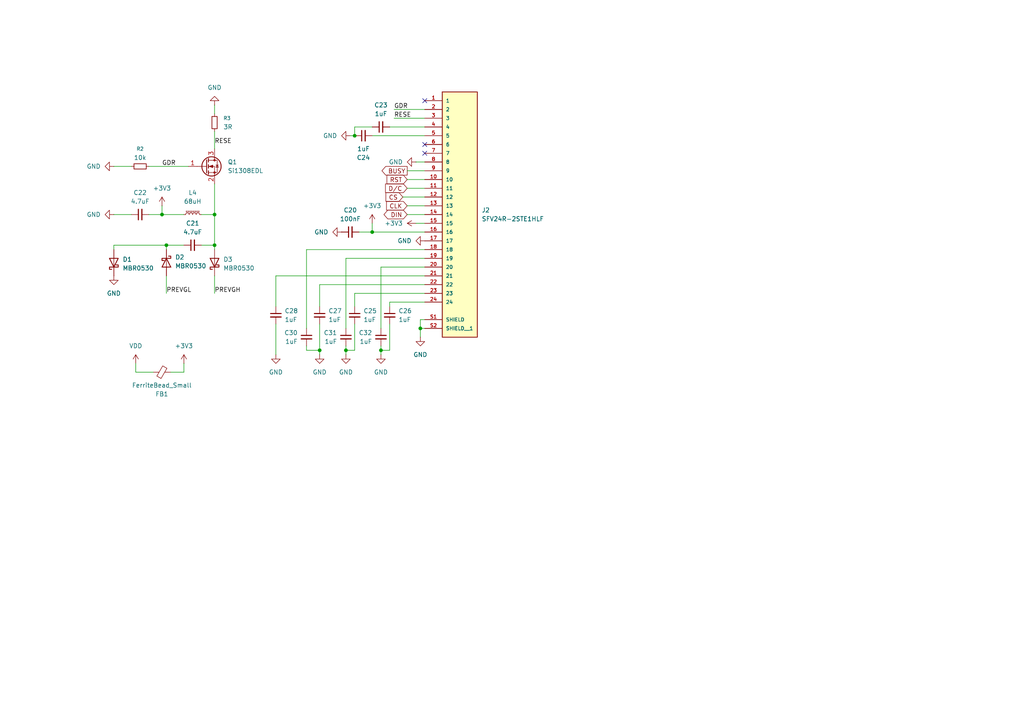
<source format=kicad_sch>
(kicad_sch (version 20250114) (generator "eeschema") (generator_version "9.0")
  (paper "A4")
  (lib_symbols
    (symbol "BooskieBadge:SFV24R-2STE1HLF" (pin_names (offset 1.016))
      (property "Reference" "J" (at -5.08 36.068 0))
      (property "Value" "SFV24R-2STE1HLF" (at -5.08 -38.1 0))
      (symbol "SFV24R-2STE1HLF_0_0"
        (rectangle (start -5.08 -35.56) (end 5.08 35.56) (stroke (width 0.254)) (fill (type background)))
        (pin passive line (at -10.16 33.02 0) (length 5.08) (name "1") (number "1"))
        (pin passive line (at -10.16 30.48 0) (length 5.08) (name "2") (number "2"))
        (pin passive line (at -10.16 27.94 0) (length 5.08) (name "3") (number "3"))
        (pin passive line (at -10.16 25.4 0) (length 5.08) (name "4") (number "4"))
        (pin passive line (at -10.16 22.86 0) (length 5.08) (name "5") (number "5"))
        (pin passive line (at -10.16 20.32 0) (length 5.08) (name "6") (number "6"))
        (pin passive line (at -10.16 17.78 0) (length 5.08) (name "7") (number "7"))
        (pin passive line (at -10.16 15.24 0) (length 5.08) (name "8") (number "8"))
        (pin passive line (at -10.16 12.7 0) (length 5.08) (name "9") (number "9"))
        (pin passive line (at -10.16 10.16 0) (length 5.08) (name "10") (number "10"))
        (pin passive line (at -10.16 7.62 0) (length 5.08) (name "11") (number "11"))
        (pin passive line (at -10.16 5.08 0) (length 5.08) (name "12") (number "12"))
        (pin passive line (at -10.16 2.54 0) (length 5.08) (name "13") (number "13"))
        (pin passive line (at -10.16 0 0) (length 5.08) (name "14") (number "14"))
        (pin passive line (at -10.16 -2.54 0) (length 5.08) (name "15") (number "15"))
        (pin passive line (at -10.16 -5.08 0) (length 5.08) (name "16") (number "16"))
        (pin passive line (at -10.16 -7.62 0) (length 5.08) (name "17") (number "17"))
        (pin passive line (at -10.16 -10.16 0) (length 5.08) (name "18") (number "18"))
        (pin passive line (at -10.16 -12.7 0) (length 5.08) (name "19") (number "19"))
        (pin passive line (at -10.16 -15.24 0) (length 5.08) (name "20") (number "20"))
        (pin passive line (at -10.16 -17.78 0) (length 5.08) (name "21") (number "21"))
        (pin passive line (at -10.16 -20.32 0) (length 5.08) (name "22") (number "22"))
        (pin passive line (at -10.16 -22.86 0) (length 5.08) (name "23") (number "23"))
        (pin passive line (at -10.16 -25.4 0) (length 5.08) (name "24") (number "24"))
        (pin passive line (at -10.16 -30.48 0) (length 5.08) (name "SHIELD") (number "S1"))
        (pin passive line (at -10.16 -33.02 0) (length 5.08) (name "SHIELD__1") (number "S2"))
      )
    )
    (symbol "Device:C_Small" (pin_numbers (hide yes)) (pin_names (offset 0.254) (hide yes))
      (property "Reference" "C" (at 0.254 1.778 0))
      (property "Value" "C_Small" (at 0.254 -2.032 0))
      (symbol "C_Small_0_1"
        (polyline (pts (xy -1.524 0.508) (xy 1.524 0.508)) (stroke (width 0.3048)))
        (polyline (pts (xy -1.524 -0.508) (xy 1.524 -0.508)) (stroke (width 0.3302)))
      )
      (symbol "C_Small_1_1"
        (pin passive line (at 0 2.54 270) (length 2.032) (name "~") (number "1"))
        (pin passive line (at 0 -2.54 90) (length 2.032) (name "~") (number "2"))
      )
    )
    (symbol "Device:FerriteBead_Small" (pin_numbers (hide yes)) (pin_names (offset 0))
      (property "Reference" "FB" (at 1.905 1.27 0))
      (property "Value" "FerriteBead_Small" (at 1.905 -1.27 0))
      (symbol "FerriteBead_Small_0_1"
        (polyline (pts (xy -1.8288 0.2794) (xy -1.1176 1.4986) (xy 1.8288 -0.2032) (xy 1.1176 -1.4224) (xy -1.8288 0.2794)))
        (polyline (pts (xy 0 0.889) (xy 0 1.2954)))
        (polyline (pts (xy 0 -1.27) (xy 0 -0.7874)))
      )
      (symbol "FerriteBead_Small_1_1"
        (pin passive line (at 0 2.54 270) (length 1.27) (name "~") (number "1"))
        (pin passive line (at 0 -2.54 90) (length 1.27) (name "~") (number "2"))
      )
    )
    (symbol "Device:L_Ferrite_Small" (pin_numbers (hide yes)) (pin_names (offset 0.254) (hide yes))
      (property "Reference" "L" (at 1.27 1.016 0))
      (property "Value" "L_Ferrite_Small" (at 1.27 -1.27 0))
      (symbol "L_Ferrite_Small_0_1"
        (arc (start 0 2.032) (mid 0.5058 1.524) (end 0 1.016))
        (arc (start 0 1.016) (mid 0.5058 0.508) (end 0 0))
        (arc (start 0 0) (mid 0.5058 -0.508) (end 0 -1.016))
        (arc (start 0 -1.016) (mid 0.5058 -1.524) (end 0 -2.032))
        (polyline (pts (xy 0.762 1.651) (xy 0.762 1.905)))
        (polyline (pts (xy 0.762 1.143) (xy 0.762 1.397)))
        (polyline (pts (xy 0.762 0.635) (xy 0.762 0.889)))
        (polyline (pts (xy 0.762 0.127) (xy 0.762 0.381)))
        (polyline (pts (xy 0.762 -0.381) (xy 0.762 -0.127)))
        (polyline (pts (xy 0.762 -0.889) (xy 0.762 -0.635)))
        (polyline (pts (xy 0.762 -1.397) (xy 0.762 -1.143)))
        (polyline (pts (xy 0.762 -1.905) (xy 0.762 -1.651)))
        (polyline (pts (xy 1.016 1.905) (xy 1.016 1.651)))
        (polyline (pts (xy 1.016 1.397) (xy 1.016 1.143)))
        (polyline (pts (xy 1.016 0.889) (xy 1.016 0.635)))
        (polyline (pts (xy 1.016 0.381) (xy 1.016 0.127)))
        (polyline (pts (xy 1.016 -0.127) (xy 1.016 -0.381)))
        (polyline (pts (xy 1.016 -0.635) (xy 1.016 -0.889)))
        (polyline (pts (xy 1.016 -1.143) (xy 1.016 -1.397)))
        (polyline (pts (xy 1.016 -1.651) (xy 1.016 -1.905)))
      )
      (symbol "L_Ferrite_Small_1_1"
        (pin passive line (at 0 2.54 270) (length 0.508) (name "~") (number "1"))
        (pin passive line (at 0 -2.54 90) (length 0.508) (name "~") (number "2"))
      )
    )
    (symbol "Device:R_Small" (pin_numbers (hide yes)) (pin_names (offset 0.254) (hide yes))
      (property "Reference" "R" (at 0 0 90))
      (property "Value" "R_Small" (at 1.778 0 90))
      (symbol "R_Small_0_1"
        (rectangle (start -0.762 1.778) (end 0.762 -1.778) (stroke (width 0.2032)))
      )
      (symbol "R_Small_1_1"
        (pin passive line (at 0 2.54 270) (length 0.762) (name "~") (number "1"))
        (pin passive line (at 0 -2.54 90) (length 0.762) (name "~") (number "2"))
      )
    )
    (symbol "Diode:MBR0530" (pin_numbers (hide yes)) (pin_names (offset 1.016) (hide yes))
      (property "Reference" "D" (at 0 2.54 0))
      (property "Value" "MBR0530" (at 0 -2.54 0))
      (symbol "MBR0530_0_1"
        (polyline (pts (xy -1.905 0.635) (xy -1.905 1.27) (xy -1.27 1.27) (xy -1.27 -1.27) (xy -0.635 -1.27) (xy -0.635 -0.635)) (stroke (width 0.254)))
        (polyline (pts (xy 1.27 1.27) (xy 1.27 -1.27) (xy -1.27 0) (xy 1.27 1.27)) (stroke (width 0.254)))
        (polyline (pts (xy 1.27 0) (xy -1.27 0)))
      )
      (symbol "MBR0530_1_1"
        (pin passive line (at -3.81 0 0) (length 2.54) (name "K") (number "1"))
        (pin passive line (at 3.81 0 180) (length 2.54) (name "A") (number "2"))
      )
    )
    (symbol "Transistor_FET:Si1308EDL" (pin_names (offset 0) (hide yes))
      (property "Reference" "Q" (at 5.08 1.905 0))
      (property "Value" "Si1308EDL" (at 5.08 0 0))
      (symbol "Si1308EDL_0_1"
        (polyline (pts (xy 0.254 1.905) (xy 0.254 -1.905)) (stroke (width 0.254)))
        (polyline (pts (xy 0.254 0) (xy -2.54 0)))
        (polyline (pts (xy 0.762 2.286) (xy 0.762 1.27)) (stroke (width 0.254)))
        (polyline (pts (xy 0.762 0.508) (xy 0.762 -0.508)) (stroke (width 0.254)))
        (polyline (pts (xy 0.762 -1.27) (xy 0.762 -2.286)) (stroke (width 0.254)))
        (polyline (pts (xy 0.762 -1.778) (xy 3.302 -1.778) (xy 3.302 1.778) (xy 0.762 1.778)))
        (polyline (pts (xy 1.016 0) (xy 2.032 0.381) (xy 2.032 -0.381) (xy 1.016 0)) (fill (type outline)))
        (circle (center 1.651 0) (radius 2.794) (stroke (width 0.254)))
        (polyline (pts (xy 2.54 2.54) (xy 2.54 1.778)))
        (circle (center 2.54 1.778) (radius 0.254) (fill (type outline)))
        (circle (center 2.54 -1.778) (radius 0.254) (fill (type outline)))
        (polyline (pts (xy 2.54 -2.54) (xy 2.54 0) (xy 0.762 0)))
        (polyline (pts (xy 2.921 0.381) (xy 3.683 0.381)))
        (polyline (pts (xy 3.302 0.381) (xy 2.921 -0.254) (xy 3.683 -0.254) (xy 3.302 0.381)))
      )
      (symbol "Si1308EDL_1_1"
        (pin input line (at -5.08 0 0) (length 2.54) (name "G") (number "1"))
        (pin passive line (at 2.54 5.08 270) (length 2.54) (name "D") (number "3"))
        (pin passive line (at 2.54 -5.08 90) (length 2.54) (name "S") (number "2"))
      )
    )
    (symbol "power:+3V3" (power) (pin_numbers (hide yes)) (pin_names (offset 0) (hide yes))
      (property "Value" "+3V3" (at 0 3.556 0))
      (symbol "+3V3_0_1"
        (polyline (pts (xy -0.762 1.27) (xy 0 2.54)))
        (polyline (pts (xy 0 2.54) (xy 0.762 1.27)))
        (polyline (pts (xy 0 0) (xy 0 2.54)))
      )
      (symbol "+3V3_1_1"
        (pin power_in line (at 0 0 90) (length 0) (name "~") (number "1"))
      )
    )
    (symbol "power:GND" (power) (pin_numbers (hide yes)) (pin_names (offset 0) (hide yes))
      (property "Value" "GND" (at 0 -3.81 0))
      (symbol "GND_0_1"
        (polyline (pts (xy 0 0) (xy 0 -1.27) (xy 1.27 -1.27) (xy 0 -2.54) (xy -1.27 -1.27) (xy 0 -1.27)))
      )
      (symbol "GND_1_1"
        (pin power_in line (at 0 0 270) (length 0) (name "~") (number "1"))
      )
    )
    (symbol "power:VDD" (power) (pin_numbers (hide yes)) (pin_names (offset 0) (hide yes))
      (property "Value" "VDD" (at 0 3.556 0))
      (symbol "VDD_0_1"
        (polyline (pts (xy -0.762 1.27) (xy 0 2.54)))
        (polyline (pts (xy 0 2.54) (xy 0.762 1.27)))
        (polyline (pts (xy 0 0) (xy 0 2.54)))
      )
      (symbol "VDD_1_1"
        (pin power_in line (at 0 0 90) (length 0) (name "~") (number "1"))
      )
    )
  )
  (junction (at 102.87 39.37))
  (junction (at 110.49 101.6))
  (junction (at 121.92 95.25))
  (junction (at 62.23 62.23))
  (junction (at 92.71 101.6))
  (junction (at 46.99 62.23))
  (junction (at 107.95 67.31))
  (junction (at 62.23 71.12))
  (junction (at 48.26 71.12))
  (junction (at 100.33 101.6))
  (no_connect (at 123.19 41.91))
  (no_connect (at 123.19 29.21))
  (no_connect (at 123.19 44.45))
  (wire (pts (xy 58.42 71.12) (xy 62.23 71.12)))
  (wire (pts (xy 107.95 36.83) (xy 102.87 36.83)))
  (wire (pts (xy 102.87 85.09) (xy 102.87 88.9)))
  (wire (pts (xy 33.02 62.23) (xy 38.1 62.23)))
  (wire (pts (xy 62.23 30.48) (xy 62.23 33.02)))
  (wire (pts (xy 102.87 93.98) (xy 102.87 101.6)))
  (wire (pts (xy 100.33 101.6) (xy 100.33 102.87)))
  (wire (pts (xy 120.65 64.77) (xy 123.19 64.77)))
  (wire (pts (xy 102.87 101.6) (xy 100.33 101.6)))
  (wire (pts (xy 100.33 74.93) (xy 123.19 74.93)))
  (wire (pts (xy 116.84 57.15) (xy 123.19 57.15)))
  (wire (pts (xy 123.19 82.55) (xy 92.71 82.55)))
  (wire (pts (xy 101.6 39.37) (xy 102.87 39.37)))
  (wire (pts (xy 62.23 80.01) (xy 62.23 85.09)))
  (wire (pts (xy 62.23 62.23) (xy 62.23 71.12)))
  (wire (pts (xy 110.49 102.87) (xy 110.49 101.6)))
  (wire (pts (xy 53.34 71.12) (xy 48.26 71.12)))
  (wire (pts (xy 92.71 102.87) (xy 92.71 101.6)))
  (wire (pts (xy 43.18 48.26) (xy 54.61 48.26)))
  (wire (pts (xy 33.02 48.26) (xy 38.1 48.26)))
  (wire (pts (xy 88.9 100.33) (xy 88.9 101.6)))
  (wire (pts (xy 62.23 71.12) (xy 62.23 72.39)))
  (wire (pts (xy 107.95 39.37) (xy 123.19 39.37)))
  (wire (pts (xy 39.37 107.95) (xy 39.37 105.41)))
  (wire (pts (xy 113.03 101.6) (xy 110.49 101.6)))
  (wire (pts (xy 33.02 71.12) (xy 48.26 71.12)))
  (wire (pts (xy 118.11 52.07) (xy 123.19 52.07)))
  (wire (pts (xy 58.42 62.23) (xy 62.23 62.23)))
  (wire (pts (xy 120.65 46.99) (xy 123.19 46.99)))
  (wire (pts (xy 88.9 72.39) (xy 88.9 95.25)))
  (wire (pts (xy 113.03 93.98) (xy 113.03 101.6)))
  (wire (pts (xy 53.34 107.95) (xy 53.34 105.41)))
  (wire (pts (xy 118.11 49.53) (xy 123.19 49.53)))
  (wire (pts (xy 121.92 92.71) (xy 121.92 95.25)))
  (wire (pts (xy 49.53 107.95) (xy 53.34 107.95)))
  (wire (pts (xy 113.03 87.63) (xy 123.19 87.63)))
  (wire (pts (xy 114.3 31.75) (xy 123.19 31.75)))
  (wire (pts (xy 121.92 97.79) (xy 121.92 95.25)))
  (wire (pts (xy 62.23 38.1) (xy 62.23 43.18)))
  (wire (pts (xy 114.3 34.29) (xy 123.19 34.29)))
  (wire (pts (xy 48.26 80.01) (xy 48.26 85.09)))
  (wire (pts (xy 46.99 62.23) (xy 53.34 62.23)))
  (wire (pts (xy 62.23 53.34) (xy 62.23 62.23)))
  (wire (pts (xy 104.14 67.31) (xy 107.95 67.31)))
  (wire (pts (xy 110.49 100.33) (xy 110.49 101.6)))
  (wire (pts (xy 121.92 95.25) (xy 123.19 95.25)))
  (wire (pts (xy 110.49 77.47) (xy 110.49 95.25)))
  (wire (pts (xy 107.95 64.77) (xy 107.95 67.31)))
  (wire (pts (xy 123.19 92.71) (xy 121.92 92.71)))
  (wire (pts (xy 44.45 107.95) (xy 39.37 107.95)))
  (wire (pts (xy 92.71 82.55) (xy 92.71 88.9)))
  (wire (pts (xy 113.03 88.9) (xy 113.03 87.63)))
  (wire (pts (xy 100.33 101.6) (xy 100.33 100.33)))
  (wire (pts (xy 123.19 80.01) (xy 80.01 80.01)))
  (wire (pts (xy 88.9 101.6) (xy 92.71 101.6)))
  (wire (pts (xy 118.11 54.61) (xy 123.19 54.61)))
  (wire (pts (xy 102.87 36.83) (xy 102.87 39.37)))
  (wire (pts (xy 80.01 80.01) (xy 80.01 88.9)))
  (wire (pts (xy 80.01 102.87) (xy 80.01 93.98)))
  (wire (pts (xy 92.71 101.6) (xy 92.71 93.98)))
  (wire (pts (xy 48.26 71.12) (xy 48.26 72.39)))
  (wire (pts (xy 113.03 36.83) (xy 123.19 36.83)))
  (wire (pts (xy 33.02 72.39) (xy 33.02 71.12)))
  (wire (pts (xy 107.95 67.31) (xy 123.19 67.31)))
  (wire (pts (xy 43.18 62.23) (xy 46.99 62.23)))
  (wire (pts (xy 46.99 59.69) (xy 46.99 62.23)))
  (wire (pts (xy 118.11 59.69) (xy 123.19 59.69)))
  (wire (pts (xy 118.11 62.23) (xy 123.19 62.23)))
  (wire (pts (xy 100.33 95.25) (xy 100.33 74.93)))
  (wire (pts (xy 123.19 72.39) (xy 88.9 72.39)))
  (wire (pts (xy 123.19 77.47) (xy 110.49 77.47)))
  (wire (pts (xy 123.19 85.09) (xy 102.87 85.09)))
  (label "PREVGL" (at 48.26 85.09 0))
  (label "GDR" (at 114.3 31.75 0))
  (label "RESE" (at 114.3 34.29 0))
  (label "RESE" (at 62.23 41.91 0))
  (label "GDR" (at 46.99 48.26 0))
  (label "PREVGH" (at 62.23 85.09 0))
  (global_label "BUSY" (shape output) (at 118.11 49.53 180) (property "Intersheetrefs" "${INTERSHEET_REFS}" (effects (hide yes))))
  (global_label "DIN" (shape bidirectional) (at 118.11 62.23 180) (property "Intersheetrefs" "${INTERSHEET_REFS}" (effects (hide yes))))
  (global_label "RST" (shape input) (at 118.11 52.07 180) (property "Intersheetrefs" "${INTERSHEET_REFS}" (effects (hide yes))))
  (global_label "CS" (shape input) (at 116.84 57.15 180) (property "Intersheetrefs" "${INTERSHEET_REFS}" (effects (hide yes))))
  (global_label "CLK" (shape input) (at 118.11 59.69 180) (property "Intersheetrefs" "${INTERSHEET_REFS}" (effects (hide yes))))
  (global_label "D{slash}C" (shape input) (at 118.11 54.61 180) (property "Intersheetrefs" "${INTERSHEET_REFS}" (effects (hide yes))))
  (symbol (lib_id "power:GND") (at 121.92 97.79 0) (unit 1)
    (property "Reference" "#PWR040" (effects (hide yes)))
    (property "Value" "GND" (at 121.92 102.87 0))
    (property "Description" "Power symbol creates a global label with name \"GND\" , ground" (effects (hide yes)))
  )
  (symbol (lib_id "Device:C_Small") (at 101.6 67.31 90) (unit 1)
    (property "Reference" "C20" (at 101.6063 60.96 90))
    (property "Value" "100nF" (at 101.6063 63.5 90))
    (property "Description" "Unpolarized capacitor, small symbol" (effects (hide yes)))
  )
  (symbol (lib_id "Device:FerriteBead_Small") (at 46.99 107.95 90) (unit 1)
    (property "Reference" "FB1" (at 46.9519 114.3 90))
    (property "Value" "FerriteBead_Small" (at 46.9519 111.76 90))
    (property "Description" "Ferrite bead, small symbol" (effects (hide yes)))
  )
  (symbol (lib_id "power:+3V3") (at 107.95 64.77 0) (unit 1)
    (property "Reference" "#PWR030" (effects (hide yes)))
    (property "Value" "+3V3" (at 107.95 59.69 0))
    (property "Description" "Power symbol creates a global label with name \"+3V3\"" (effects (hide yes)))
  )
  (symbol (lib_id "power:GND") (at 33.02 48.26 270) (unit 1)
    (property "Reference" "#PWR026" (effects (hide yes)))
    (property "Value" "GND" (at 29.21 48.2599 90) (effects (justify right)))
    (property "Description" "Power symbol creates a global label with name \"GND\" , ground" (effects (hide yes)))
  )
  (symbol (lib_id "power:GND") (at 33.02 80.01 0) (unit 1)
    (property "Reference" "#PWR024" (effects (hide yes)))
    (property "Value" "GND" (at 33.02 85.09 0))
    (property "Description" "Power symbol creates a global label with name \"GND\" , ground" (effects (hide yes)))
  )
  (symbol (lib_id "power:+3V3") (at 46.99 59.69 0) (unit 1)
    (property "Reference" "#PWR031" (effects (hide yes)))
    (property "Value" "+3V3" (at 46.99 54.61 0))
    (property "Description" "Power symbol creates a global label with name \"+3V3\"" (effects (hide yes)))
  )
  (symbol (lib_id "power:GND") (at 100.33 102.87 0) (unit 1)
    (property "Reference" "#PWR037" (effects (hide yes)))
    (property "Value" "GND" (at 100.33 107.95 0))
    (property "Description" "Power symbol creates a global label with name \"GND\" , ground" (effects (hide yes)))
  )
  (symbol (lib_id "power:GND") (at 101.6 39.37 270) (unit 1)
    (property "Reference" "#PWR033" (effects (hide yes)))
    (property "Value" "GND" (at 97.79 39.3699 90) (effects (justify right)))
    (property "Description" "Power symbol creates a global label with name \"GND\" , ground" (effects (hide yes)))
  )
  (symbol (lib_id "power:GND") (at 80.01 102.87 0) (unit 1)
    (property "Reference" "#PWR036" (effects (hide yes)))
    (property "Value" "GND" (at 80.01 107.95 0))
    (property "Description" "Power symbol creates a global label with name \"GND\" , ground" (effects (hide yes)))
  )
  (symbol (lib_id "power:GND") (at 62.23 30.48 180) (unit 1)
    (property "Reference" "#PWR027" (effects (hide yes)))
    (property "Value" "GND" (at 62.23 25.4 0))
    (property "Description" "Power symbol creates a global label with name \"GND\" , ground" (effects (hide yes)))
  )
  (symbol (lib_id "Device:C_Small") (at 80.01 91.44 0) (unit 1)
    (property "Reference" "C28" (at 82.55 90.1762 0) (effects (justify left)))
    (property "Value" "1uF" (at 82.55 92.7162 0) (effects (justify left)))
    (property "Description" "Unpolarized capacitor, small symbol" (effects (hide yes)))
  )
  (symbol (lib_id "Device:C_Small") (at 110.49 97.79 0) (mirror y) (unit 1)
    (property "Reference" "C32" (at 107.95 96.5262 0) (effects (justify left)))
    (property "Value" "1uF" (at 107.95 99.0662 0) (effects (justify left)))
    (property "Description" "Unpolarized capacitor, small symbol" (effects (hide yes)))
  )
  (symbol (lib_id "Device:L_Ferrite_Small") (at 55.88 62.23 90) (unit 1)
    (property "Reference" "L4" (at 55.88 55.88 90))
    (property "Value" "68uH" (at 55.88 58.42 90))
    (property "Description" "Inductor with ferrite core, small symbol" (effects (hide yes)))
  )
  (symbol (lib_id "Diode:MBR0530") (at 62.23 76.2 90) (unit 1)
    (property "Reference" "D3" (at 64.77 75.2474 90) (effects (justify right)))
    (property "Value" "MBR0530" (at 64.77 77.7874 90) (effects (justify right)))
    (property "Footprint" "Diode_SMD:D_SOD-123" (effects (hide yes)))
    (property "Datasheet" "http://www.mccsemi.com/up_pdf/MBR0520~MBR0580(SOD123).pdf" (effects (hide yes)))
    (property "Description" "30V 0.5A Schottky Power Rectifier Diode, SOD-123" (effects (hide yes)))
  )
  (symbol (lib_id "Device:R_Small") (at 62.23 35.56 0) (unit 1)
    (property "Reference" "R3" (at 64.77 34.2899 0) (effects (font (size 1.016 1.016)) (justify left)))
    (property "Value" "3R" (at 64.77 36.8299 0) (effects (justify left)))
    (property "Description" "Resistor, small symbol" (effects (hide yes)))
  )
  (symbol (lib_id "power:GND") (at 99.06 67.31 270) (unit 1)
    (property "Reference" "#PWR034" (effects (hide yes)))
    (property "Value" "GND" (at 95.25 67.3099 90) (effects (justify right)))
    (property "Description" "Power symbol creates a global label with name \"GND\" , ground" (effects (hide yes)))
  )
  (symbol (lib_id "Diode:MBR0530") (at 48.26 76.2 270) (unit 1)
    (property "Reference" "D2" (at 50.8 74.6124 90) (effects (justify left)))
    (property "Value" "MBR0530" (at 50.8 77.1524 90) (effects (justify left)))
    (property "Footprint" "Diode_SMD:D_SOD-123" (effects (hide yes)))
    (property "Datasheet" "http://www.mccsemi.com/up_pdf/MBR0520~MBR0580(SOD123).pdf" (effects (hide yes)))
    (property "Description" "30V 0.5A Schottky Power Rectifier Diode, SOD-123" (effects (hide yes)))
  )
  (symbol (lib_id "Device:C_Small") (at 110.49 36.83 90) (unit 1)
    (property "Reference" "C23" (at 110.4963 30.48 90))
    (property "Value" "1uF" (at 110.4963 33.02 90))
    (property "Description" "Unpolarized capacitor, small symbol" (effects (hide yes)))
  )
  (symbol (lib_id "Device:C_Small") (at 55.88 71.12 90) (unit 1)
    (property "Reference" "C21" (at 55.8863 64.77 90))
    (property "Value" "4.7uF" (at 55.8863 67.31 90))
    (property "Description" "Unpolarized capacitor, small symbol" (effects (hide yes)))
  )
  (symbol (lib_id "power:VDD") (at 39.37 105.41 0) (unit 1)
    (property "Reference" "#PWR028" (effects (hide yes)))
    (property "Value" "VDD" (at 39.37 100.33 0))
    (property "Description" "Power symbol creates a global label with name \"VDD\"" (effects (hide yes)))
  )
  (symbol (lib_id "power:GND") (at 92.71 102.87 0) (unit 1)
    (property "Reference" "#PWR038" (effects (hide yes)))
    (property "Value" "GND" (at 92.71 107.95 0))
    (property "Description" "Power symbol creates a global label with name \"GND\" , ground" (effects (hide yes)))
  )
  (symbol (lib_id "Device:C_Small") (at 102.87 91.44 0) (unit 1)
    (property "Reference" "C25" (at 105.41 90.1762 0) (effects (justify left)))
    (property "Value" "1uF" (at 105.41 92.7162 0) (effects (justify left)))
    (property "Description" "Unpolarized capacitor, small symbol" (effects (hide yes)))
  )
  (symbol (lib_id "Transistor_FET:Si1308EDL") (at 59.69 48.26 0) (unit 1)
    (property "Reference" "Q1" (at 66.04 46.9899 0) (effects (justify left)))
    (property "Value" "Si1308EDL" (at 66.04 49.5299 0) (effects (justify left)))
    (property "Footprint" "Package_TO_SOT_SMD:SOT-323_SC-70" (effects (hide yes)))
    (property "Datasheet" "https://www.vishay.com/docs/63399/si1308edl.pdf" (effects (hide yes)))
    (property "Description" "30V Vds, 1.4A Id, N-Channel MOSFET, SC-70" (effects (hide yes)))
  )
  (symbol (lib_id "Device:C_Small") (at 92.71 91.44 0) (unit 1)
    (property "Reference" "C27" (at 95.25 90.1762 0) (effects (justify left)))
    (property "Value" "1uF" (at 95.25 92.7162 0) (effects (justify left)))
    (property "Description" "Unpolarized capacitor, small symbol" (effects (hide yes)))
  )
  (symbol (lib_id "BooskieBadge:SFV24R-2STE1HLF") (at 133.35 62.23 0) (unit 1)
    (property "Reference" "J2" (at 139.7 60.9599 0) (effects (justify left)))
    (property "Value" "SFV24R-2STE1HLF" (at 139.7 63.4999 0) (effects (justify left)))
    (property "Footprint" "BooskieBadge:AMPHENOL_SFV24R-2STE1HLF" (effects (hide yes)))
    (property "PARTREV" "C" (effects (hide yes)))
    (property "MANUFACTURER" "Amphenol" (effects (hide yes)))
    (property "SNAPEDA_PN" "SFV24R-2STE1HLF" (effects (hide yes)))
    (property "MAXIMUM_PACKAGE_HEIGHT" "2 mm" (effects (hide yes)))
    (property "STANDARD" "Manufacturer Recommendations" (effects (hide yes)))
  )
  (symbol (lib_id "power:GND") (at 33.02 62.23 270) (unit 1)
    (property "Reference" "#PWR025" (effects (hide yes)))
    (property "Value" "GND" (at 29.21 62.2299 90) (effects (justify right)))
    (property "Description" "Power symbol creates a global label with name \"GND\" , ground" (effects (hide yes)))
  )
  (symbol (lib_id "Diode:MBR0530") (at 33.02 76.2 90) (unit 1)
    (property "Reference" "D1" (at 35.56 75.2474 90) (effects (justify right)))
    (property "Value" "MBR0530" (at 35.56 77.7874 90) (effects (justify right)))
    (property "Footprint" "Diode_SMD:D_SOD-123" (effects (hide yes)))
    (property "Datasheet" "http://www.mccsemi.com/up_pdf/MBR0520~MBR0580(SOD123).pdf" (effects (hide yes)))
    (property "Description" "30V 0.5A Schottky Power Rectifier Diode, SOD-123" (effects (hide yes)))
  )
  (symbol (lib_id "Device:C_Small") (at 40.64 62.23 90) (unit 1)
    (property "Reference" "C22" (at 40.6463 55.88 90))
    (property "Value" "4.7uF" (at 40.6463 58.42 90))
    (property "Description" "Unpolarized capacitor, small symbol" (effects (hide yes)))
  )
  (symbol (lib_id "Device:C_Small") (at 100.33 97.79 0) (mirror y) (unit 1)
    (property "Reference" "C31" (at 97.79 96.5262 0) (effects (justify left)))
    (property "Value" "1uF" (at 97.79 99.0662 0) (effects (justify left)))
    (property "Description" "Unpolarized capacitor, small symbol" (effects (hide yes)))
  )
  (symbol (lib_id "power:GND") (at 120.65 46.99 270) (unit 1)
    (property "Reference" "#PWR044" (effects (hide yes)))
    (property "Value" "GND" (at 116.84 46.9899 90) (effects (justify right)))
    (property "Description" "Power symbol creates a global label with name \"GND\" , ground" (effects (hide yes)))
  )
  (symbol (lib_id "power:GND") (at 110.49 102.87 0) (unit 1)
    (property "Reference" "#PWR039" (effects (hide yes)))
    (property "Value" "GND" (at 110.49 107.95 0))
    (property "Description" "Power symbol creates a global label with name \"GND\" , ground" (effects (hide yes)))
  )
  (symbol (lib_id "power:+3V3") (at 53.34 105.41 0) (unit 1)
    (property "Reference" "#PWR032" (effects (hide yes)))
    (property "Value" "+3V3" (at 53.34 100.33 0))
    (property "Description" "Power symbol creates a global label with name \"+3V3\"" (effects (hide yes)))
  )
  (symbol (lib_id "Device:C_Small") (at 105.41 39.37 90) (mirror x) (unit 1)
    (property "Reference" "C24" (at 105.4163 45.72 90))
    (property "Value" "1uF" (at 105.4163 43.18 90))
    (property "Description" "Unpolarized capacitor, small symbol" (effects (hide yes)))
  )
  (symbol (lib_id "Device:R_Small") (at 40.64 48.26 90) (unit 1)
    (property "Reference" "R2" (at 40.64 43.18 90) (effects (font (size 1.016 1.016))))
    (property "Value" "10k" (at 40.64 45.72 90))
    (property "Description" "Resistor, small symbol" (effects (hide yes)))
  )
  (symbol (lib_id "Device:C_Small") (at 88.9 97.79 0) (mirror y) (unit 1)
    (property "Reference" "C30" (at 86.36 96.5262 0) (effects (justify left)))
    (property "Value" "1uF" (at 86.36 99.0662 0) (effects (justify left)))
    (property "Description" "Unpolarized capacitor, small symbol" (effects (hide yes)))
  )
  (symbol (lib_id "power:+3V3") (at 120.65 64.77 90) (unit 1)
    (property "Reference" "#PWR029" (effects (hide yes)))
    (property "Value" "+3V3" (at 116.84 64.7699 90) (effects (justify left)))
    (property "Description" "Power symbol creates a global label with name \"+3V3\"" (effects (hide yes)))
  )
  (symbol (lib_id "power:GND") (at 123.19 69.85 270) (unit 1)
    (property "Reference" "#PWR035" (effects (hide yes)))
    (property "Value" "GND" (at 119.38 69.8499 90) (effects (justify right)))
    (property "Description" "Power symbol creates a global label with name \"GND\" , ground" (effects (hide yes)))
  )
  (symbol (lib_id "Device:C_Small") (at 113.03 91.44 0) (unit 1)
    (property "Reference" "C26" (at 115.57 90.1762 0) (effects (justify left)))
    (property "Value" "1uF" (at 115.57 92.7162 0) (effects (justify left)))
    (property "Description" "Unpolarized capacitor, small symbol" (effects (hide yes)))
  )
)
</source>
